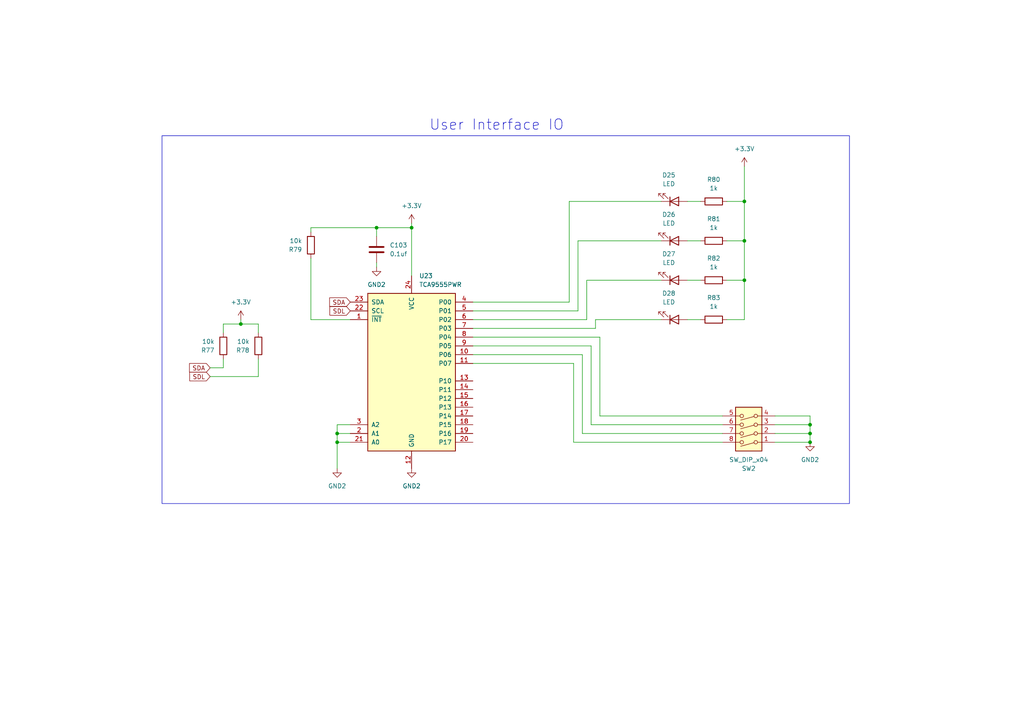
<source format=kicad_sch>
(kicad_sch (version 20231120) (generator "eeschema") (generator_version "8.0")
  (paper "A4")
  (lib_symbols
    (symbol "Device:C" (pin_numbers hide) (pin_names (offset 0.254))
      (property "Reference" "C" (at 0.635 2.54 0))
      (property "Value" "C" (at 0.635 -2.54 0))
      (symbol "C_0_1"
        (polyline (pts (xy -2.032 -0.762) (xy 2.032 -0.762)) (stroke (width 0.508)))
        (polyline (pts (xy -2.032 0.762) (xy 2.032 0.762)) (stroke (width 0.508)))
      )
      (symbol "C_1_1"
        (pin passive line (at 0 3.81 270) (length 2.794) (name "~") (number "1"))
        (pin passive line (at 0 -3.81 90) (length 2.794) (name "~") (number "2"))
      )
    )
    (symbol "Device:LED" (pin_numbers hide) (pin_names (offset 1.016) hide)
      (property "Reference" "D" (at 0 2.54 0))
      (property "Value" "LED" (at 0 -2.54 0))
      (symbol "LED_0_1"
        (polyline (pts (xy -1.27 -1.27) (xy -1.27 1.27)) (stroke (width 0.254)))
        (polyline (pts (xy -1.27 0) (xy 1.27 0)))
        (polyline (pts (xy 1.27 -1.27) (xy 1.27 1.27) (xy -1.27 0) (xy 1.27 -1.27)) (stroke (width 0.254)))
        (polyline (pts (xy -3.048 -0.762) (xy -4.572 -2.286) (xy -3.81 -2.286) (xy -4.572 -2.286) (xy -4.572 -1.524)))
        (polyline (pts (xy -1.778 -0.762) (xy -3.302 -2.286) (xy -2.54 -2.286) (xy -3.302 -2.286) (xy -3.302 -1.524)))
      )
      (symbol "LED_1_1"
        (pin passive line (at -3.81 0 0) (length 2.54) (name "K") (number "1"))
        (pin passive line (at 3.81 0 180) (length 2.54) (name "A") (number "2"))
      )
    )
    (symbol "Device:R" (pin_numbers hide) (pin_names (offset 0))
      (property "Reference" "R" (at 2.032 0 90))
      (property "Value" "R" (at 0 0 90))
      (symbol "R_0_1"
        (rectangle (start -1.016 -2.54) (end 1.016 2.54) (stroke (width 0.254)))
      )
      (symbol "R_1_1"
        (pin passive line (at 0 3.81 270) (length 1.27) (name "~") (number "1"))
        (pin passive line (at 0 -3.81 90) (length 1.27) (name "~") (number "2"))
      )
    )
    (symbol "Interface_Expansion:TCA9555PWR" (pin_names (offset 1.016))
      (property "Reference" "U" (at -11.43 24.13 0))
      (property "Value" "TCA9555PWR" (at 0 0 0))
      (symbol "TCA9555PWR_0_1"
        (rectangle (start -12.7 22.86) (end 12.7 -22.86) (stroke (width 0.254)) (fill (type background)))
      )
      (symbol "TCA9555PWR_1_1"
        (pin open_collector line (at -17.78 15.24 0) (length 5.08) (name "~{INT}") (number "1"))
        (pin bidirectional line (at 17.78 5.08 180) (length 5.08) (name "P06") (number "10"))
        (pin bidirectional line (at 17.78 2.54 180) (length 5.08) (name "P07") (number "11"))
        (pin power_in line (at 0 -27.94 90) (length 5.08) (name "GND") (number "12"))
        (pin bidirectional line (at 17.78 -2.54 180) (length 5.08) (name "P10") (number "13"))
        (pin bidirectional line (at 17.78 -5.08 180) (length 5.08) (name "P11") (number "14"))
        (pin bidirectional line (at 17.78 -7.62 180) (length 5.08) (name "P12") (number "15"))
        (pin bidirectional line (at 17.78 -10.16 180) (length 5.08) (name "P13") (number "16"))
        (pin bidirectional line (at 17.78 -12.7 180) (length 5.08) (name "P14") (number "17"))
        (pin bidirectional line (at 17.78 -15.24 180) (length 5.08) (name "P15") (number "18"))
        (pin bidirectional line (at 17.78 -17.78 180) (length 5.08) (name "P16") (number "19"))
        (pin input line (at -17.78 -17.78 0) (length 5.08) (name "A1") (number "2"))
        (pin bidirectional line (at 17.78 -20.32 180) (length 5.08) (name "P17") (number "20"))
        (pin input line (at -17.78 -20.32 0) (length 5.08) (name "A0") (number "21"))
        (pin input line (at -17.78 17.78 0) (length 5.08) (name "SCL") (number "22"))
        (pin bidirectional line (at -17.78 20.32 0) (length 5.08) (name "SDA") (number "23"))
        (pin power_in line (at 0 27.94 270) (length 5.08) (name "VCC") (number "24"))
        (pin input line (at -17.78 -15.24 0) (length 5.08) (name "A2") (number "3"))
        (pin bidirectional line (at 17.78 20.32 180) (length 5.08) (name "P00") (number "4"))
        (pin bidirectional line (at 17.78 17.78 180) (length 5.08) (name "P01") (number "5"))
        (pin bidirectional line (at 17.78 15.24 180) (length 5.08) (name "P02") (number "6"))
        (pin bidirectional line (at 17.78 12.7 180) (length 5.08) (name "P03") (number "7"))
        (pin bidirectional line (at 17.78 10.16 180) (length 5.08) (name "P04") (number "8"))
        (pin bidirectional line (at 17.78 7.62 180) (length 5.08) (name "P05") (number "9"))
      )
    )
    (symbol "Switch:SW_DIP_x04" (pin_names (offset 0) hide)
      (property "Reference" "SW" (at 0 8.89 0))
      (property "Value" "SW_DIP_x04" (at 0 -6.35 0))
      (symbol "SW_DIP_x04_0_0"
        (circle (center -2.032 -2.54) (radius 0.508))
        (circle (center -2.032 0) (radius 0.508))
        (circle (center -2.032 2.54) (radius 0.508))
        (circle (center -2.032 5.08) (radius 0.508))
        (polyline (pts (xy -1.524 -2.3876) (xy 2.3622 -1.3462)))
        (polyline (pts (xy -1.524 0.127) (xy 2.3622 1.1684)))
        (polyline (pts (xy -1.524 2.667) (xy 2.3622 3.7084)))
        (polyline (pts (xy -1.524 5.207) (xy 2.3622 6.2484)))
        (circle (center 2.032 -2.54) (radius 0.508))
        (circle (center 2.032 0) (radius 0.508))
        (circle (center 2.032 2.54) (radius 0.508))
        (circle (center 2.032 5.08) (radius 0.508))
      )
      (symbol "SW_DIP_x04_0_1"
        (rectangle (start -3.81 7.62) (end 3.81 -5.08) (stroke (width 0.254)) (fill (type background)))
      )
      (symbol "SW_DIP_x04_1_1"
        (pin passive line (at -7.62 5.08 0) (length 5.08) (name "~") (number "1"))
        (pin passive line (at -7.62 2.54 0) (length 5.08) (name "~") (number "2"))
        (pin passive line (at -7.62 0 0) (length 5.08) (name "~") (number "3"))
        (pin passive line (at -7.62 -2.54 0) (length 5.08) (name "~") (number "4"))
        (pin passive line (at 7.62 -2.54 180) (length 5.08) (name "~") (number "5"))
        (pin passive line (at 7.62 0 180) (length 5.08) (name "~") (number "6"))
        (pin passive line (at 7.62 2.54 180) (length 5.08) (name "~") (number "7"))
        (pin passive line (at 7.62 5.08 180) (length 5.08) (name "~") (number "8"))
      )
    )
    (symbol "power:+3.3V" (power) (pin_names (offset 0))
      (property "Value" "+3.3V" (at 0 3.556 0))
      (symbol "+3.3V_0_1"
        (polyline (pts (xy -0.762 1.27) (xy 0 2.54)))
        (polyline (pts (xy 0 0) (xy 0 2.54)))
        (polyline (pts (xy 0 2.54) (xy 0.762 1.27)))
      )
      (symbol "+3.3V_1_1"
        (pin power_in line (at 0 0 90) (length 0) hide (name "+3.3V") (number "1"))
      )
    )
    (symbol "power:GND2" (power) (pin_names (offset 0))
      (property "Value" "GND2" (at 0 -3.81 0))
      (symbol "GND2_0_1"
        (polyline (pts (xy 0 0) (xy 0 -1.27) (xy 1.27 -1.27) (xy 0 -2.54) (xy -1.27 -1.27) (xy 0 -1.27)))
      )
      (symbol "GND2_1_1"
        (pin power_in line (at 0 0 270) (length 0) hide (name "GND2") (number "1"))
      )
    )
  )
  (junction (at 109.22 66.04))
  (junction (at 97.79 125.73))
  (junction (at 215.9 69.85))
  (junction (at 234.95 128.27))
  (junction (at 119.38 66.04))
  (junction (at 215.9 58.42))
  (junction (at 234.95 125.73))
  (junction (at 97.79 128.27))
  (junction (at 234.95 123.19))
  (junction (at 69.85 93.98))
  (junction (at 215.9 81.28))
  (wire (pts (xy 97.79 123.19) (xy 101.6 123.19)))
  (wire (pts (xy 215.9 81.28) (xy 215.9 92.71)))
  (wire (pts (xy 60.96 109.22) (xy 74.93 109.22)))
  (wire (pts (xy 171.45 123.19) (xy 171.45 100.33)))
  (wire (pts (xy 170.18 92.71) (xy 137.16 92.71)))
  (wire (pts (xy 167.64 69.85) (xy 167.64 90.17)))
  (wire (pts (xy 64.77 93.98) (xy 69.85 93.98)))
  (wire (pts (xy 165.1 58.42) (xy 165.1 87.63)))
  (wire (pts (xy 215.9 92.71) (xy 210.82 92.71)))
  (wire (pts (xy 234.95 123.19) (xy 234.95 120.65)))
  (wire (pts (xy 215.9 48.26) (xy 215.9 58.42)))
  (wire (pts (xy 64.77 106.68) (xy 64.77 104.14)))
  (wire (pts (xy 74.93 109.22) (xy 74.93 104.14)))
  (wire (pts (xy 215.9 58.42) (xy 215.9 69.85)))
  (wire (pts (xy 172.72 92.71) (xy 191.77 92.71)))
  (wire (pts (xy 119.38 64.77) (xy 119.38 66.04)))
  (wire (pts (xy 203.2 81.28) (xy 199.39 81.28)))
  (wire (pts (xy 203.2 58.42) (xy 199.39 58.42)))
  (wire (pts (xy 168.91 125.73) (xy 209.55 125.73)))
  (wire (pts (xy 170.18 81.28) (xy 170.18 92.71)))
  (wire (pts (xy 173.99 120.65) (xy 209.55 120.65)))
  (wire (pts (xy 168.91 125.73) (xy 168.91 102.87)))
  (wire (pts (xy 74.93 93.98) (xy 69.85 93.98)))
  (wire (pts (xy 166.37 128.27) (xy 209.55 128.27)))
  (wire (pts (xy 90.17 66.04) (xy 109.22 66.04)))
  (wire (pts (xy 203.2 69.85) (xy 199.39 69.85)))
  (wire (pts (xy 234.95 123.19) (xy 224.79 123.19)))
  (wire (pts (xy 166.37 105.41) (xy 137.16 105.41)))
  (wire (pts (xy 167.64 69.85) (xy 191.77 69.85)))
  (wire (pts (xy 74.93 96.52) (xy 74.93 93.98)))
  (wire (pts (xy 97.79 135.89) (xy 97.79 128.27)))
  (wire (pts (xy 69.85 93.98) (xy 69.85 92.71)))
  (wire (pts (xy 215.9 81.28) (xy 210.82 81.28)))
  (wire (pts (xy 97.79 128.27) (xy 97.79 125.73)))
  (wire (pts (xy 97.79 125.73) (xy 97.79 123.19)))
  (wire (pts (xy 97.79 125.73) (xy 101.6 125.73)))
  (wire (pts (xy 167.64 90.17) (xy 137.16 90.17)))
  (wire (pts (xy 90.17 92.71) (xy 101.6 92.71)))
  (wire (pts (xy 215.9 69.85) (xy 215.9 81.28)))
  (wire (pts (xy 109.22 68.58) (xy 109.22 66.04)))
  (wire (pts (xy 170.18 81.28) (xy 191.77 81.28)))
  (wire (pts (xy 165.1 58.42) (xy 191.77 58.42)))
  (wire (pts (xy 171.45 100.33) (xy 137.16 100.33)))
  (wire (pts (xy 109.22 76.2) (xy 109.22 77.47)))
  (wire (pts (xy 234.95 120.65) (xy 224.79 120.65)))
  (wire (pts (xy 60.96 106.68) (xy 64.77 106.68)))
  (wire (pts (xy 173.99 120.65) (xy 173.99 97.79)))
  (wire (pts (xy 234.95 128.27) (xy 234.95 125.73)))
  (wire (pts (xy 215.9 58.42) (xy 210.82 58.42)))
  (wire (pts (xy 172.72 92.71) (xy 172.72 95.25)))
  (wire (pts (xy 173.99 97.79) (xy 137.16 97.79)))
  (wire (pts (xy 90.17 74.93) (xy 90.17 92.71)))
  (wire (pts (xy 234.95 125.73) (xy 224.79 125.73)))
  (wire (pts (xy 168.91 102.87) (xy 137.16 102.87)))
  (wire (pts (xy 109.22 66.04) (xy 119.38 66.04)))
  (wire (pts (xy 172.72 95.25) (xy 137.16 95.25)))
  (wire (pts (xy 165.1 87.63) (xy 137.16 87.63)))
  (wire (pts (xy 119.38 66.04) (xy 119.38 80.01)))
  (wire (pts (xy 166.37 128.27) (xy 166.37 105.41)))
  (wire (pts (xy 215.9 69.85) (xy 210.82 69.85)))
  (wire (pts (xy 203.2 92.71) (xy 199.39 92.71)))
  (wire (pts (xy 234.95 128.27) (xy 224.79 128.27)))
  (wire (pts (xy 171.45 123.19) (xy 209.55 123.19)))
  (wire (pts (xy 64.77 96.52) (xy 64.77 93.98)))
  (wire (pts (xy 90.17 67.31) (xy 90.17 66.04)))
  (wire (pts (xy 234.95 125.73) (xy 234.95 123.19)))
  (wire (pts (xy 97.79 128.27) (xy 101.6 128.27)))
  (rectangle (start 46.99 39.37) (end 246.38 146.05))
  (text "User Interface IO" (at 124.46 38.1 0) (effects (font (size 3 3)) (justify left bottom)))
  (global_label "SDA" (shape input) (at 60.96 106.68 180) (property "Intersheetrefs" "${INTERSHEET_REFS}" (effects (hide yes))))
  (global_label "SDL" (shape input) (at 60.96 109.22 180) (property "Intersheetrefs" "${INTERSHEET_REFS}" (effects (hide yes))))
  (global_label "SDL" (shape input) (at 101.6 90.17 180) (property "Intersheetrefs" "${INTERSHEET_REFS}" (effects (hide yes))))
  (global_label "SDA" (shape input) (at 101.6 87.63 180) (property "Intersheetrefs" "${INTERSHEET_REFS}" (effects (hide yes))))
  (symbol (lib_id "Device:C") (at 109.22 72.39 0) (unit 1)
    (property "Reference" "C103" (at 113.03 71.1199 0) (effects (justify left)))
    (property "Value" "0.1uf" (at 113.03 73.6599 0) (effects (justify left)))
    (property "Footprint" "Capacitor_SMD:C_0603_1608Metric" (effects (hide yes)))
  )
  (symbol (lib_id "Device:LED") (at 195.58 58.42 0) (mirror x) (unit 1)
    (property "Reference" "D25" (at 193.9925 50.8 0))
    (property "Value" "LED" (at 193.9925 53.34 0))
    (property "Footprint" "LED_SMD:LED_0603_1608Metric" (effects (hide yes)))
  )
  (symbol (lib_id "Device:LED") (at 195.58 69.85 0) (mirror x) (unit 1)
    (property "Reference" "D26" (at 193.9925 62.23 0))
    (property "Value" "LED" (at 193.9925 64.77 0))
    (property "Footprint" "LED_SMD:LED_0603_1608Metric" (effects (hide yes)))
  )
  (symbol (lib_id "Interface_Expansion:TCA9555PWR") (at 119.38 107.95 0) (unit 1)
    (property "Reference" "U23" (at 121.5741 80.01 0) (effects (justify left)))
    (property "Value" "TCA9555PWR" (at 121.5741 82.55 0) (effects (justify left)))
    (property "Footprint" "Package_SO:TSSOP-24_4.4x7.8mm_P0.65mm" (effects (hide yes)))
    (property "Datasheet" "http://www.ti.com/lit/ds/symlink/tca9555.pdf" (effects (hide yes)))
  )
  (symbol (lib_id "Device:LED") (at 195.58 81.28 0) (mirror x) (unit 1)
    (property "Reference" "D27" (at 193.9925 73.66 0))
    (property "Value" "LED" (at 193.9925 76.2 0))
    (property "Footprint" "LED_SMD:LED_0603_1608Metric" (effects (hide yes)))
  )
  (symbol (lib_id "Device:R") (at 74.93 100.33 180) (unit 1)
    (property "Reference" "R78" (at 72.39 101.6001 0) (effects (justify left)))
    (property "Value" "10k" (at 72.39 99.0601 0) (effects (justify left)))
    (property "Footprint" "Resistor_SMD:R_0603_1608Metric" (effects (hide yes)))
  )
  (symbol (lib_id "Device:R") (at 207.01 92.71 90) (mirror x) (unit 1)
    (property "Reference" "R83" (at 207.01 86.36 90))
    (property "Value" "1k" (at 207.01 88.9 90))
    (property "Footprint" "Resistor_SMD:R_0603_1608Metric" (effects (hide yes)))
  )
  (symbol (lib_id "power:GND2") (at 97.79 135.89 0) (unit 1)
    (property "Reference" "#PWR0121" (effects (hide yes)))
    (property "Value" "GND2" (at 97.79 140.97 0))
  )
  (symbol (lib_id "Device:R") (at 64.77 100.33 180) (unit 1)
    (property "Reference" "R77" (at 62.23 101.6001 0) (effects (justify left)))
    (property "Value" "10k" (at 62.23 99.0601 0) (effects (justify left)))
    (property "Footprint" "Resistor_SMD:R_0603_1608Metric" (effects (hide yes)))
  )
  (symbol (lib_id "Device:R") (at 90.17 71.12 180) (unit 1)
    (property "Reference" "R79" (at 87.63 72.3901 0) (effects (justify left)))
    (property "Value" "10k" (at 87.63 69.8501 0) (effects (justify left)))
    (property "Footprint" "Resistor_SMD:R_0603_1608Metric" (effects (hide yes)))
  )
  (symbol (lib_id "power:+3.3V") (at 119.38 64.77 0) (unit 1)
    (property "Reference" "#PWR0123" (effects (hide yes)))
    (property "Value" "+3.3V" (at 119.38 59.69 0))
  )
  (symbol (lib_id "Device:R") (at 207.01 81.28 90) (mirror x) (unit 1)
    (property "Reference" "R82" (at 207.01 74.93 90))
    (property "Value" "1k" (at 207.01 77.47 90))
    (property "Footprint" "Resistor_SMD:R_0603_1608Metric" (effects (hide yes)))
  )
  (symbol (lib_id "power:+3.3V") (at 69.85 92.71 0) (unit 1)
    (property "Reference" "#PWR0120" (effects (hide yes)))
    (property "Value" "+3.3V" (at 69.85 87.63 0))
  )
  (symbol (lib_id "Device:LED") (at 195.58 92.71 0) (mirror x) (unit 1)
    (property "Reference" "D28" (at 193.9925 85.09 0))
    (property "Value" "LED" (at 193.9925 87.63 0))
    (property "Footprint" "LED_SMD:LED_0603_1608Metric" (effects (hide yes)))
  )
  (symbol (lib_id "power:+3.3V") (at 215.9 48.26 0) (mirror y) (unit 1)
    (property "Reference" "#PWR0125" (effects (hide yes)))
    (property "Value" "+3.3V" (at 215.9 43.18 0))
  )
  (symbol (lib_id "Device:R") (at 207.01 69.85 90) (mirror x) (unit 1)
    (property "Reference" "R81" (at 207.01 63.5 90))
    (property "Value" "1k" (at 207.01 66.04 90))
    (property "Footprint" "Resistor_SMD:R_0603_1608Metric" (effects (hide yes)))
  )
  (symbol (lib_id "Switch:SW_DIP_x04") (at 217.17 123.19 180) (unit 1)
    (property "Reference" "SW2" (at 217.17 135.89 0))
    (property "Value" "SW_DIP_x04" (at 217.17 133.35 0))
    (property "Footprint" "Package_DIP:DIP-8_W7.62mm" (effects (hide yes)))
  )
  (symbol (lib_id "power:GND2") (at 119.38 135.89 0) (unit 1)
    (property "Reference" "#PWR0124" (effects (hide yes)))
    (property "Value" "GND2" (at 119.38 140.97 0))
  )
  (symbol (lib_id "power:GND2") (at 109.22 77.47 0) (unit 1)
    (property "Reference" "#PWR0122" (effects (hide yes)))
    (property "Value" "GND2" (at 109.22 82.55 0))
  )
  (symbol (lib_id "Device:R") (at 207.01 58.42 90) (mirror x) (unit 1)
    (property "Reference" "R80" (at 207.01 52.07 90))
    (property "Value" "1k" (at 207.01 54.61 90))
    (property "Footprint" "Resistor_SMD:R_0603_1608Metric" (effects (hide yes)))
  )
  (symbol (lib_id "power:GND2") (at 234.95 128.27 0) (unit 1)
    (property "Reference" "#PWR0126" (effects (hide yes)))
    (property "Value" "GND2" (at 234.95 133.35 0))
  )
)
</source>
